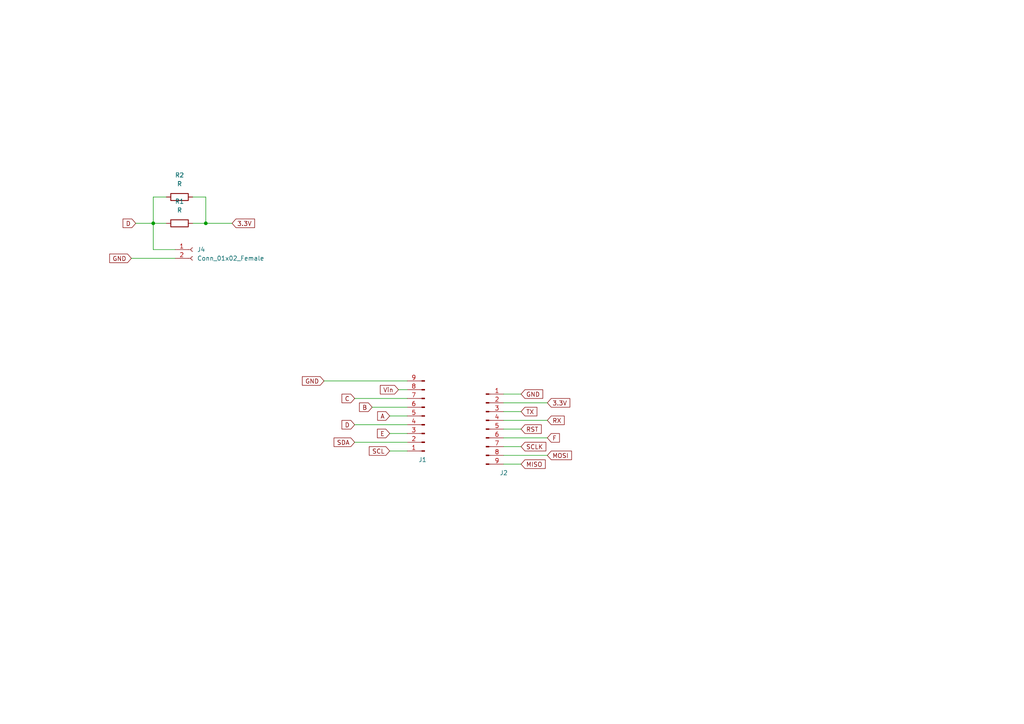
<source format=kicad_sch>
(kicad_sch (version 20211123) (generator eeschema)
  (paper "A4")
  (lib_symbols
    (symbol "Connector:Conn_01x02_Female" (pin_names (offset 1.016) hide)
      (property "Reference" "J" (at 0 2.54 0))
      (property "Value" "Conn_01x02_Female" (at 0 -5.08 0))
      (symbol "Conn_01x02_Female_1_1"
        (arc (start 0 -2.032) (mid -0.508 -2.54) (end 0 -3.048) (stroke (width 0.1524)))
        (polyline (pts (xy -1.27 -2.54) (xy -0.508 -2.54)) (stroke (width 0.1524)))
        (polyline (pts (xy -1.27 0) (xy -0.508 0)) (stroke (width 0.1524)))
        (arc (start 0 0.508) (mid -0.508 0) (end 0 -0.508) (stroke (width 0.1524)))
        (pin passive line (at -5.08 0 0) (length 3.81) (name "Pin_1") (number "1"))
        (pin passive line (at -5.08 -2.54 0) (length 3.81) (name "Pin_2") (number "2"))
      )
    )
    (symbol "Connector:Conn_01x09_Male" (pin_names (offset 1.016) hide)
      (property "Reference" "J" (at 0 12.7 0))
      (property "Value" "Conn_01x09_Male" (at 0 -12.7 0))
      (symbol "Conn_01x09_Male_1_1"
        (polyline (pts (xy 1.27 -10.16) (xy 0.8636 -10.16)) (stroke (width 0.1524)))
        (polyline (pts (xy 1.27 -7.62) (xy 0.8636 -7.62)) (stroke (width 0.1524)))
        (polyline (pts (xy 1.27 -5.08) (xy 0.8636 -5.08)) (stroke (width 0.1524)))
        (polyline (pts (xy 1.27 -2.54) (xy 0.8636 -2.54)) (stroke (width 0.1524)))
        (polyline (pts (xy 1.27 0) (xy 0.8636 0)) (stroke (width 0.1524)))
        (polyline (pts (xy 1.27 2.54) (xy 0.8636 2.54)) (stroke (width 0.1524)))
        (polyline (pts (xy 1.27 5.08) (xy 0.8636 5.08)) (stroke (width 0.1524)))
        (polyline (pts (xy 1.27 7.62) (xy 0.8636 7.62)) (stroke (width 0.1524)))
        (polyline (pts (xy 1.27 10.16) (xy 0.8636 10.16)) (stroke (width 0.1524)))
        (rectangle (start 0.8636 -10.033) (end 0 -10.287) (stroke (width 0.1524)) (fill (type outline)))
        (rectangle (start 0.8636 -7.493) (end 0 -7.747) (stroke (width 0.1524)) (fill (type outline)))
        (rectangle (start 0.8636 -4.953) (end 0 -5.207) (stroke (width 0.1524)) (fill (type outline)))
        (rectangle (start 0.8636 -2.413) (end 0 -2.667) (stroke (width 0.1524)) (fill (type outline)))
        (rectangle (start 0.8636 0.127) (end 0 -0.127) (stroke (width 0.1524)) (fill (type outline)))
        (rectangle (start 0.8636 2.667) (end 0 2.413) (stroke (width 0.1524)) (fill (type outline)))
        (rectangle (start 0.8636 5.207) (end 0 4.953) (stroke (width 0.1524)) (fill (type outline)))
        (rectangle (start 0.8636 7.747) (end 0 7.493) (stroke (width 0.1524)) (fill (type outline)))
        (rectangle (start 0.8636 10.287) (end 0 10.033) (stroke (width 0.1524)) (fill (type outline)))
        (pin passive line (at 5.08 10.16 180) (length 3.81) (name "Pin_1") (number "1"))
        (pin passive line (at 5.08 7.62 180) (length 3.81) (name "Pin_2") (number "2"))
        (pin passive line (at 5.08 5.08 180) (length 3.81) (name "Pin_3") (number "3"))
        (pin passive line (at 5.08 2.54 180) (length 3.81) (name "Pin_4") (number "4"))
        (pin passive line (at 5.08 0 180) (length 3.81) (name "Pin_5") (number "5"))
        (pin passive line (at 5.08 -2.54 180) (length 3.81) (name "Pin_6") (number "6"))
        (pin passive line (at 5.08 -5.08 180) (length 3.81) (name "Pin_7") (number "7"))
        (pin passive line (at 5.08 -7.62 180) (length 3.81) (name "Pin_8") (number "8"))
        (pin passive line (at 5.08 -10.16 180) (length 3.81) (name "Pin_9") (number "9"))
      )
    )
    (symbol "Device:R" (pin_numbers hide) (pin_names (offset 0))
      (property "Reference" "R" (at 2.032 0 90))
      (property "Value" "R" (at 0 0 90))
      (symbol "R_0_1"
        (rectangle (start -1.016 -2.54) (end 1.016 2.54) (stroke (width 0.254)))
      )
      (symbol "R_1_1"
        (pin passive line (at 0 3.81 270) (length 1.27) (name "~") (number "1"))
        (pin passive line (at 0 -3.81 90) (length 1.27) (name "~") (number "2"))
      )
    )
  )
  (junction (at 59.69 64.77))
  (junction (at 44.45 64.77))
  (wire (pts (xy 151.13 129.54) (xy 146.05 129.54)))
  (wire (pts (xy 44.45 72.39) (xy 44.45 64.77)))
  (wire (pts (xy 151.13 134.62) (xy 146.05 134.62)))
  (wire (pts (xy 151.13 114.3) (xy 146.05 114.3)))
  (wire (pts (xy 50.8 72.39) (xy 44.45 72.39)))
  (wire (pts (xy 39.37 64.77) (xy 44.45 64.77)))
  (wire (pts (xy 151.13 124.46) (xy 146.05 124.46)))
  (wire (pts (xy 38.1 74.93) (xy 50.8 74.93)))
  (wire (pts (xy 55.88 64.77) (xy 59.69 64.77)))
  (wire (pts (xy 158.75 132.08) (xy 146.05 132.08)))
  (wire (pts (xy 118.11 130.81) (xy 113.03 130.81)))
  (wire (pts (xy 48.26 57.15) (xy 44.45 57.15)))
  (wire (pts (xy 118.11 125.73) (xy 113.03 125.73)))
  (wire (pts (xy 55.88 57.15) (xy 59.69 57.15)))
  (wire (pts (xy 118.11 123.19) (xy 102.87 123.19)))
  (wire (pts (xy 151.13 119.38) (xy 146.05 119.38)))
  (wire (pts (xy 44.45 64.77) (xy 48.26 64.77)))
  (wire (pts (xy 158.75 121.92) (xy 146.05 121.92)))
  (wire (pts (xy 118.11 110.49) (xy 93.98 110.49)))
  (wire (pts (xy 118.11 118.11) (xy 107.95 118.11)))
  (wire (pts (xy 59.69 64.77) (xy 67.31 64.77)))
  (wire (pts (xy 118.11 128.27) (xy 102.87 128.27)))
  (wire (pts (xy 118.11 115.57) (xy 102.87 115.57)))
  (wire (pts (xy 158.75 127) (xy 146.05 127)))
  (wire (pts (xy 158.75 116.84) (xy 146.05 116.84)))
  (wire (pts (xy 59.69 57.15) (xy 59.69 64.77)))
  (wire (pts (xy 44.45 57.15) (xy 44.45 64.77)))
  (wire (pts (xy 118.11 120.65) (xy 113.03 120.65)))
  (wire (pts (xy 118.11 113.03) (xy 115.57 113.03)))
  (global_label "D" (shape input) (at 102.87 123.19 180) (property "Intersheet References" "${INTERSHEET_REFS}" (effects hide)))
  (global_label "RST" (shape input) (at 151.13 124.46 0) (property "Intersheet References" "${INTERSHEET_REFS}" (effects hide)))
  (global_label "D" (shape input) (at 39.37 64.77 180) (property "Intersheet References" "${INTERSHEET_REFS}" (effects hide)))
  (global_label "SCLK" (shape input) (at 151.13 129.54 0) (property "Intersheet References" "${INTERSHEET_REFS}" (effects hide)))
  (global_label "A" (shape input) (at 113.03 120.65 180) (property "Intersheet References" "${INTERSHEET_REFS}" (effects hide)))
  (global_label "E" (shape input) (at 113.03 125.73 180) (property "Intersheet References" "${INTERSHEET_REFS}" (effects hide)))
  (global_label "3.3V" (shape input) (at 67.31 64.77 0) (property "Intersheet References" "${INTERSHEET_REFS}" (effects hide)))
  (global_label "B" (shape input) (at 107.95 118.11 180) (property "Intersheet References" "${INTERSHEET_REFS}" (effects hide)))
  (global_label "MISO" (shape input) (at 151.13 134.62 0) (property "Intersheet References" "${INTERSHEET_REFS}" (effects hide)))
  (global_label "C" (shape input) (at 102.87 115.57 180) (property "Intersheet References" "${INTERSHEET_REFS}" (effects hide)))
  (global_label "SCL" (shape input) (at 113.03 130.81 180) (property "Intersheet References" "${INTERSHEET_REFS}" (effects hide)))
  (global_label "GND" (shape input) (at 93.98 110.49 180) (property "Intersheet References" "${INTERSHEET_REFS}" (effects hide)))
  (global_label "F" (shape input) (at 158.75 127 0) (property "Intersheet References" "${INTERSHEET_REFS}" (effects hide)))
  (global_label "TX" (shape input) (at 151.13 119.38 0) (property "Intersheet References" "${INTERSHEET_REFS}" (effects hide)))
  (global_label "3.3V" (shape input) (at 158.75 116.84 0) (property "Intersheet References" "${INTERSHEET_REFS}" (effects hide)))
  (global_label "GND" (shape input) (at 38.1 74.93 180) (property "Intersheet References" "${INTERSHEET_REFS}" (effects hide)))
  (global_label "GND" (shape input) (at 151.13 114.3 0) (property "Intersheet References" "${INTERSHEET_REFS}" (effects hide)))
  (global_label "Vin" (shape input) (at 115.57 113.03 180) (property "Intersheet References" "${INTERSHEET_REFS}" (effects hide)))
  (global_label "MOSI" (shape input) (at 158.75 132.08 0) (property "Intersheet References" "${INTERSHEET_REFS}" (effects hide)))
  (global_label "SDA" (shape input) (at 102.87 128.27 180) (property "Intersheet References" "${INTERSHEET_REFS}" (effects hide)))
  (global_label "RX" (shape input) (at 158.75 121.92 0) (property "Intersheet References" "${INTERSHEET_REFS}" (effects hide)))
  (symbol (lib_id "Connector:Conn_01x09_Male") (at 123.19 120.65 180) (unit 1)
    (property "Reference" "J1" (at 122.555 133.35 0))
    (property "Value" "Conn_01x08_Male" (effects hide))
    (property "Footprint" "Connector_PinHeader_2.54mm:PinHeader_1x09_P2.54mm_Vertical" (effects hide))
  )
  (symbol (lib_id "Connector:Conn_01x02_Female") (at 55.88 72.39 0) (unit 1)
    (property "Reference" "J4" (at 57.15 72.3899 0) (effects (justify left)))
    (property "Value" "Conn_01x02_Female" (at 57.15 74.9299 0) (effects (justify left)))
    (property "Footprint" "Connector_JST:JST_XH_B2B-XH-A_1x02_P2.50mm_Vertical" (effects hide))
  )
  (symbol (lib_id "Connector:Conn_01x09_Male") (at 140.97 124.46 0) (unit 1)
    (property "Reference" "J2" (at 147.32 137.16 0) (effects (justify right)))
    (property "Value" "Conn_01x08_Male" (effects hide))
    (property "Footprint" "Connector_PinHeader_2.54mm:PinHeader_1x09_P2.54mm_Vertical" (effects hide))
  )
  (symbol (lib_id "Device:R") (at 52.07 64.77 90) (unit 1)
    (property "Reference" "R1" (at 52.07 58.42 90))
    (property "Value" "R" (at 52.07 60.96 90))
    (property "Footprint" "Resistor_THT:R_Axial_DIN0204_L3.6mm_D1.6mm_P7.62mm_Horizontal" (effects hide))
  )
  (symbol (lib_id "Device:R") (at 52.07 57.15 90) (unit 1)
    (property "Reference" "R2" (at 52.07 50.8 90))
    (property "Value" "R" (at 52.07 53.34 90))
    (property "Footprint" "Resistor_SMD:R_0805_2012Metric_Pad1.20x1.40mm_HandSolder" (effects hide))
  )
)
</source>
